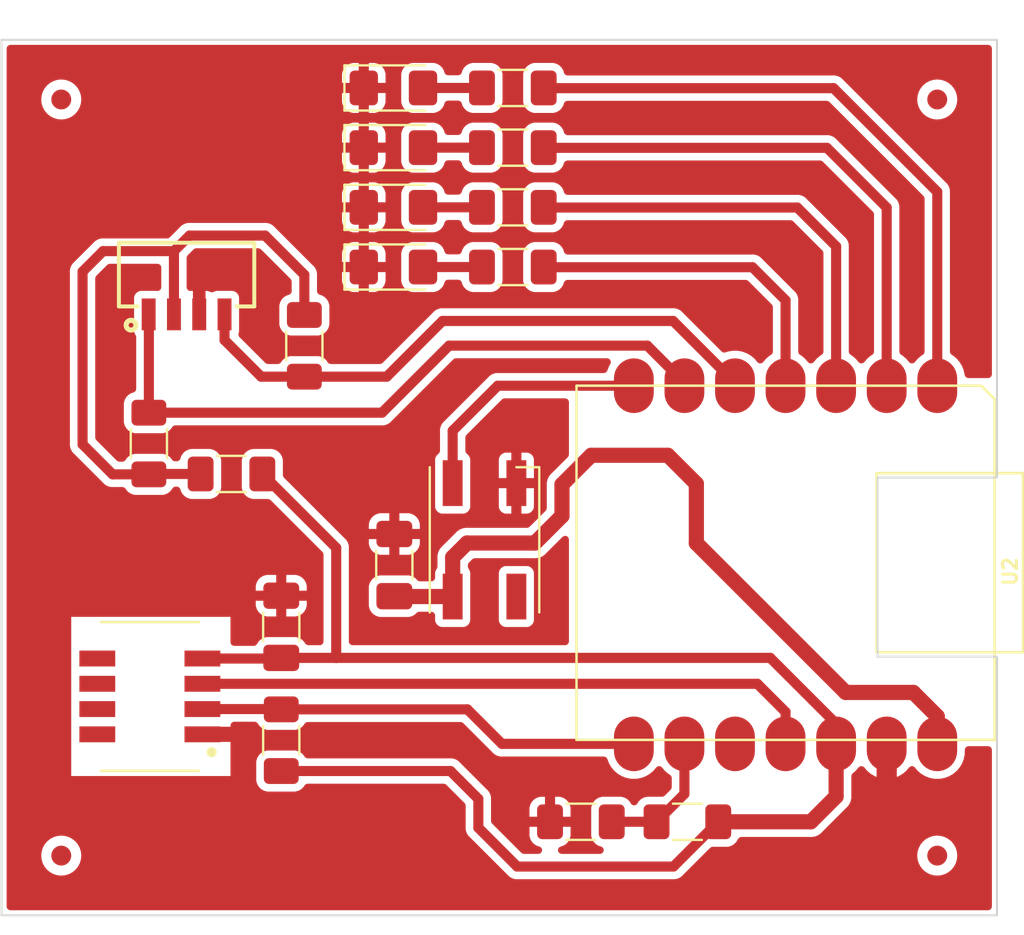
<source format=kicad_pcb>
(kicad_pcb (version 20221018) (generator pcbnew)
  (layers (0 "F.Cu" signal) (31 "B.Cu" signal) (34 "B.Paste" user) (35 "F.Paste" user) (36 "B.SilkS" user "B.Silkscreen") (37 "F.SilkS" user "F.Silkscreen") (38 "B.Mask" user) (39 "F.Mask" user) (44 "Edge.Cuts" user))
  (net 0 "")
  (net 1 "GND")
  (net 2 "VBUS")
  (net 3 "/DIN")
  (net 5 "Net-(D2-A)")
  (net 6 "Net-(D3-A)")
  (net 7 "Net-(D4-A)")
  (net 8 "Net-(D5-A)")
  (net 9 "/LED1")
  (net 10 "/LED2")
  (net 11 "/LED3")
  (net 12 "/A0")
  (net 13 "+3V3")
  (net 14 "/LED4")
  (net 15 "/SHT_DATA")
  (net 16 "/SHT_CLK")
  (net 17 "/SCL")
  (net 18 "/SDA")
  (net 20 "/PWR")
  (footprint "Fiducial:Fiducial_1mm_Mask2mm" (layer "F.Cu") (at 128 67)
    (fp_text reference "FID1" hide)
    (fp_text value "Fiducial")
    (pad "" smd circle (at 0 0) (size 1 1) (layers "F.Cu" "F.Mask") (clearance 0.5))
  )
  (footprint "Resistor_SMD:R_1206_3216Metric_Pad1.30x1.75mm_HandSolder" (layer "F.Cu") (at 139.05 99.2 90)
    (fp_text reference "R7" hide)
    (fp_text value "10k")
    (fp_line (start -0.727064 -0.91) (end 0.727064 -0.91) (stroke (width 0.12)) (layer "F.SilkS"))
    (fp_line (start -0.727064 0.91) (end 0.727064 0.91) (stroke (width 0.12)) (layer "F.SilkS"))
    (pad "1" smd roundrect (at -1.55 0 90) (size 1.3 1.75) (layers "F.Cu" "F.Paste" "F.Mask") (roundrect_rratio 0.1923076923) (net 13 "+3V3"))
    (pad "2" smd roundrect (at 1.55 0 90) (size 1.3 1.75) (layers "F.Cu" "F.Paste" "F.Mask") (roundrect_rratio 0.1923076923) (net 15 "/SHT_DATA"))
  )
  (footprint "Resistor_SMD:R_1206_3216Metric_Pad1.30x1.75mm_HandSolder" (layer "F.Cu") (at 132.4 84.29 90)
    (fp_text reference "R8" hide)
    (fp_text value "10k")
    (fp_line (start -0.727064 -0.91) (end 0.727064 -0.91) (stroke (width 0.12)) (layer "F.SilkS"))
    (fp_line (start -0.727064 0.91) (end 0.727064 0.91) (stroke (width 0.12)) (layer "F.SilkS"))
    (pad "1" smd roundrect (at -1.55 0 90) (size 1.3 1.75) (layers "F.Cu" "F.Paste" "F.Mask") (roundrect_rratio 0.192308) (net 20 "/PWR"))
    (pad "2" smd roundrect (at 1.55 0 90) (size 1.3 1.75) (layers "F.Cu" "F.Paste" "F.Mask") (roundrect_rratio 0.192308) (net 17 "/SCL"))
  )
  (footprint "Resistor_SMD:R_1206_3216Metric_Pad1.30x1.75mm_HandSolder" (layer "F.Cu") (at 154.1 103.3)
    (fp_text reference "R5" hide)
    (fp_text value "10k")
    (fp_line (start -0.727064 -0.91) (end 0.727064 -0.91) (stroke (width 0.12)) (layer "F.SilkS"))
    (fp_line (start -0.727064 0.91) (end 0.727064 0.91) (stroke (width 0.12)) (layer "F.SilkS"))
    (pad "1" smd roundrect (at -1.55 0) (size 1.3 1.75) (layers "F.Cu" "F.Paste" "F.Mask") (roundrect_rratio 0.1923076923) (net 1 "GND"))
    (pad "2" smd roundrect (at 1.55 0) (size 1.3 1.75) (layers "F.Cu" "F.Paste" "F.Mask") (roundrect_rratio 0.1923076923) (net 12 "/A0"))
  )
  (footprint "Fiducial:Fiducial_1mm_Mask2mm" (layer "F.Cu") (at 172 67)
    (fp_text reference "FID2" hide)
    (fp_text value "Fiducial")
    (pad "" smd circle (at 0 0) (size 1 1) (layers "F.Cu" "F.Mask") (clearance 0.5))
  )
  (footprint "LED_SMD:LED_1206_3216Metric_Pad1.42x1.75mm_HandSolder" (layer "F.Cu") (at 144.6825 69.42)
    (fp_text reference "D3" hide)
    (fp_text value "R")
    (fp_line (start -2.46 -1.135) (end -2.46 1.135) (stroke (width 0.12)) (layer "F.SilkS"))
    (fp_line (start -2.46 1.135) (end 1.6 1.135) (stroke (width 0.12)) (layer "F.SilkS"))
    (fp_line (start 1.6 -1.135) (end -2.46 -1.135) (stroke (width 0.12)) (layer "F.SilkS"))
    (pad "1" smd roundrect (at -1.4875 0) (size 1.425 1.75) (layers "F.Cu" "F.Paste" "F.Mask") (roundrect_rratio 0.1754392982) (net 1 "GND"))
    (pad "2" smd roundrect (at 1.4875 0) (size 1.425 1.75) (layers "F.Cu" "F.Paste" "F.Mask") (roundrect_rratio 0.1754392982) (net 6 "Net-(D3-A)"))
  )
  (footprint "Resistor_SMD:R_1206_3216Metric_Pad1.30x1.75mm_HandSolder" (layer "F.Cu") (at 150.6825 66.42)
    (fp_text reference "R1" hide)
    (fp_text value "200")
    (fp_line (start -0.727064 -0.91) (end 0.727064 -0.91) (stroke (width 0.12)) (layer "F.SilkS"))
    (fp_line (start -0.727064 0.91) (end 0.727064 0.91) (stroke (width 0.12)) (layer "F.SilkS"))
    (pad "1" smd roundrect (at -1.55 0) (size 1.3 1.75) (layers "F.Cu" "F.Paste" "F.Mask") (roundrect_rratio 0.1923076923) (net 5 "Net-(D2-A)"))
    (pad "2" smd roundrect (at 1.55 0) (size 1.3 1.75) (layers "F.Cu" "F.Paste" "F.Mask") (roundrect_rratio 0.1923076923) (net 9 "/LED1"))
  )
  (footprint "Fiducial:Fiducial_1mm_Mask2mm" (layer "F.Cu") (at 172 105)
    (fp_text reference "FID4" hide)
    (fp_text value "Fiducial")
    (pad "" smd circle (at 0 0) (size 1 1) (layers "F.Cu" "F.Mask") (clearance 0.5))
  )
  (footprint "Resistor_SMD:R_1206_3216Metric_Pad1.30x1.75mm_HandSolder" (layer "F.Cu") (at 159.45 103.3)
    (fp_text reference "R4" hide)
    (fp_text value "10k")
    (fp_line (start -0.727064 -0.91) (end 0.727064 -0.91) (stroke (width 0.12)) (layer "F.SilkS"))
    (fp_line (start -0.727064 0.91) (end 0.727064 0.91) (stroke (width 0.12)) (layer "F.SilkS"))
    (pad "1" smd roundrect (at -1.55 0) (size 1.3 1.75) (layers "F.Cu" "F.Paste" "F.Mask") (roundrect_rratio 0.1923076923) (net 12 "/A0"))
    (pad "2" smd roundrect (at 1.55 0) (size 1.3 1.75) (layers "F.Cu" "F.Paste" "F.Mask") (roundrect_rratio 0.1923076923) (net 13 "+3V3"))
  )
  (footprint "Resistor_SMD:R_1206_3216Metric_Pad1.30x1.75mm_HandSolder" (layer "F.Cu") (at 150.6825 69.42)
    (fp_text reference "R2" hide)
    (fp_text value "200")
    (fp_line (start -0.727064 -0.91) (end 0.727064 -0.91) (stroke (width 0.12)) (layer "F.SilkS"))
    (fp_line (start -0.727064 0.91) (end 0.727064 0.91) (stroke (width 0.12)) (layer "F.SilkS"))
    (pad "1" smd roundrect (at -1.55 0) (size 1.3 1.75) (layers "F.Cu" "F.Paste" "F.Mask") (roundrect_rratio 0.1923076923) (net 6 "Net-(D3-A)"))
    (pad "2" smd roundrect (at 1.55 0) (size 1.3 1.75) (layers "F.Cu" "F.Paste" "F.Mask") (roundrect_rratio 0.1923076923) (net 10 "/LED2"))
  )
  (footprint "Capacitor_SMD:C_1206_3216Metric_Pad1.33x1.80mm_HandSolder" (layer "F.Cu") (at 144.73 90.4 90)
    (fp_text reference "C2" hide)
    (fp_text value "10uF")
    (fp_line (start -0.711252 -0.91) (end 0.711252 -0.91) (stroke (width 0.12)) (layer "F.SilkS"))
    (fp_line (start -0.711252 0.91) (end 0.711252 0.91) (stroke (width 0.12)) (layer "F.SilkS"))
    (pad "1" smd roundrect (at -1.5625 0 90) (size 1.325 1.8) (layers "F.Cu" "F.Paste" "F.Mask") (roundrect_rratio 0.1886792453) (net 2 "VBUS"))
    (pad "2" smd roundrect (at 1.5625 0 90) (size 1.325 1.8) (layers "F.Cu" "F.Paste" "F.Mask") (roundrect_rratio 0.1886792453) (net 1 "GND"))
  )
  (footprint "LED_SMD:LED_1206_3216Metric_Pad1.42x1.75mm_HandSolder" (layer "F.Cu") (at 144.6825 72.42)
    (fp_text reference "D4" hide)
    (fp_text value "R")
    (fp_line (start -2.46 -1.135) (end -2.46 1.135) (stroke (width 0.12)) (layer "F.SilkS"))
    (fp_line (start -2.46 1.135) (end 1.6 1.135) (stroke (width 0.12)) (layer "F.SilkS"))
    (fp_line (start 1.6 -1.135) (end -2.46 -1.135) (stroke (width 0.12)) (layer "F.SilkS"))
    (pad "1" smd roundrect (at -1.4875 0) (size 1.425 1.75) (layers "F.Cu" "F.Paste" "F.Mask") (roundrect_rratio 0.1754392982) (net 1 "GND"))
    (pad "2" smd roundrect (at 1.4875 0) (size 1.425 1.75) (layers "F.Cu" "F.Paste" "F.Mask") (roundrect_rratio 0.1754392982) (net 7 "Net-(D4-A)"))
  )
  (footprint "Resistor_SMD:R_1206_3216Metric_Pad1.30x1.75mm_HandSolder" (layer "F.Cu") (at 150.6825 75.42)
    (fp_text reference "R6" hide)
    (fp_text value "200")
    (fp_line (start -0.727064 -0.91) (end 0.727064 -0.91) (stroke (width 0.12)) (layer "F.SilkS"))
    (fp_line (start -0.727064 0.91) (end 0.727064 0.91) (stroke (width 0.12)) (layer "F.SilkS"))
    (pad "1" smd roundrect (at -1.55 0) (size 1.3 1.75) (layers "F.Cu" "F.Paste" "F.Mask") (roundrect_rratio 0.1923076923) (net 8 "Net-(D5-A)"))
    (pad "2" smd roundrect (at 1.55 0) (size 1.3 1.75) (layers "F.Cu" "F.Paste" "F.Mask") (roundrect_rratio 0.1923076923) (net 14 "/LED4"))
  )
  (footprint "LED_SMD:LED_1206_3216Metric_Pad1.42x1.75mm_HandSolder" (layer "F.Cu") (at 144.6825 75.42)
    (fp_text reference "D5" hide)
    (fp_text value "R")
    (fp_line (start -2.46 -1.135) (end -2.46 1.135) (stroke (width 0.12)) (layer "F.SilkS"))
    (fp_line (start -2.46 1.135) (end 1.6 1.135) (stroke (width 0.12)) (layer "F.SilkS"))
    (fp_line (start 1.6 -1.135) (end -2.46 -1.135) (stroke (width 0.12)) (layer "F.SilkS"))
    (pad "1" smd roundrect (at -1.4875 0) (size 1.425 1.75) (layers "F.Cu" "F.Paste" "F.Mask") (roundrect_rratio 0.1754392982) (net 1 "GND"))
    (pad "2" smd roundrect (at 1.4875 0) (size 1.425 1.75) (layers "F.Cu" "F.Paste" "F.Mask") (roundrect_rratio 0.1754392982) (net 8 "Net-(D5-A)"))
  )
  (footprint "LED_SMD:LED_SK6812_PLCC4_5.0x5.0mm_P3.2mm" (layer "F.Cu") (at 149.26 89.13 90)
    (fp_text reference "D1" hide)
    (fp_text value "SK6812")
    (fp_line (start -3.65 -2.75) (end 3.65 -2.75) (stroke (width 0.12)) (layer "F.SilkS"))
    (fp_line (start -3.65 2.75) (end 3.65 2.75) (stroke (width 0.12)) (layer "F.SilkS"))
    (fp_line (start 3.65 2.75) (end 3.65 1.6) (stroke (width 0.12)) (layer "F.SilkS"))
    (pad "1" smd rect (at 2.85 1.6 90) (size 2.3 1) (layers "F.Cu" "F.Paste" "F.Mask") (net 1 "GND"))
    (pad "2" smd rect (at 2.85 -1.6 90) (size 2.3 1) (layers "F.Cu" "F.Paste" "F.Mask") (net 3 "/DIN"))
    (pad "3" smd rect (at -2.85 -1.6 90) (size 2.3 1) (layers "F.Cu" "F.Paste" "F.Mask") (net 2 "VBUS"))
    (pad "4" smd rect (at -2.85 1.6 90) (size 2.3 1) (layers "F.Cu" "F.Paste" "F.Mask"))
  )
  (footprint "Mylib:DFN747X493X250-8N" (layer "F.Cu") (at 132.45 97 180)
    (fp_text reference "U1" hide)
    (fp_text value "SHT15")
    (fp_line (start -2.465 3.735) (end 2.465 3.735) (stroke (width 0.127)) (layer "F.SilkS"))
    (fp_line (start 2.465 -3.735) (end -2.465 -3.735) (stroke (width 0.127)) (layer "F.SilkS"))
    (fp_circle (center -3.1 -2.8) (end -2.846 -2.8) (fill solid) (layer "F.SilkS"))
    (pad "1" smd rect (at -2.64 -1.905 180) (size 1.8 0.8) (layers "F.Cu" "F.Paste" "F.Mask") (net 1 "GND"))
    (pad "2" smd rect (at -2.64 -0.635 180) (size 1.8 0.8) (layers "F.Cu" "F.Paste" "F.Mask") (net 15 "/SHT_DATA"))
    (pad "3" smd rect (at -2.64 0.635 180) (size 1.8 0.8) (layers "F.Cu" "F.Paste" "F.Mask") (net 16 "/SHT_CLK"))
    (pad "4" smd rect (at -2.64 1.905 180) (size 1.8 0.8) (layers "F.Cu" "F.Paste" "F.Mask") (net 13 "+3V3"))
    (pad "5" smd rect (at 2.64 1.905 180) (size 1.8 0.8) (layers "F.Cu" "F.Paste" "F.Mask"))
    (pad "6" smd rect (at 2.64 0.635 180) (size 1.8 0.8) (layers "F.Cu" "F.Paste" "F.Mask"))
    (pad "7" smd rect (at 2.64 -0.635 180) (size 1.8 0.8) (layers "F.Cu" "F.Paste" "F.Mask"))
    (pad "8" smd rect (at 2.64 -1.905 180) (size 1.8 0.8) (layers "F.Cu" "F.Paste" "F.Mask"))
  )
  (footprint "Resistor_SMD:R_1206_3216Metric_Pad1.30x1.75mm_HandSolder" (layer "F.Cu") (at 140.21 79.38 90)
    (fp_text reference "R9" hide)
    (fp_text value "10k")
    (fp_line (start -0.727064 -0.91) (end 0.727064 -0.91) (stroke (width 0.12)) (layer "F.SilkS"))
    (fp_line (start -0.727064 0.91) (end 0.727064 0.91) (stroke (width 0.12)) (layer "F.SilkS"))
    (pad "1" smd roundrect (at -1.55 0 90) (size 1.3 1.75) (layers "F.Cu" "F.Paste" "F.Mask") (roundrect_rratio 0.192308) (net 18 "/SDA"))
    (pad "2" smd roundrect (at 1.55 0 90) (size 1.3 1.75) (layers "F.Cu" "F.Paste" "F.Mask") (roundrect_rratio 0.192308) (net 20 "/PWR"))
  )
  (footprint "Mylib:MOUDLE14P-SMD-2.54-21X17.8MM" (layer "F.Cu") (at 153.88075 81.384 -90)
    (fp_text reference "U2" (at 9.3345 -21.7805 90) (layer "F.SilkS") (effects (font (size 0.7 0.7))))
    (fp_text value "MOUDLE-SEEEDUINO-XIAO")
    (fp_line (start 0 -20.3285) (end 0 0) (stroke (width 0.127)) (layer "F.SilkS"))
    (fp_line (start 0 0) (end 17.8 0) (stroke (width 0.127)) (layer "F.SilkS"))
    (fp_line (start 0.671541 -21) (end 0 -20.3285) (stroke (width 0.127)) (layer "F.SilkS"))
    (fp_line (start 4.396 -15.072) (end 4.396 -22.425) (stroke (width 0.127)) (layer "F.SilkS"))
    (fp_line (start 4.4 -22.424) (end 13.395 -22.424) (stroke (width 0.127)) (layer "F.SilkS"))
    (fp_line (start 13.395 -22.424) (end 13.395 -15.072) (stroke (width 0.127)) (layer "F.SilkS"))
    (fp_line (start 13.395 -15.072) (end 4.396 -15.072) (stroke (width 0.127)) (layer "F.SilkS"))
    (fp_line (start 17.8 -21) (end 0.671541 -21) (stroke (width 0.127)) (layer "F.SilkS"))
    (fp_line (start 17.8 0) (end 17.8 -21) (stroke (width 0.127)) (layer "F.SilkS"))
    (pad "1" smd roundrect (at 0 -18.12 270) (size 2.75 2) (layers "F.Cu" "F.Paste" "F.Mask") (roundrect_rratio 0.5) (net 9 "/LED1"))
    (pad "2" smd roundrect (at 0 -15.58 270) (size 2.75 2) (layers "F.Cu" "F.Paste" "F.Mask") (roundrect_rratio 0.5) (net 10 "/LED2"))
    (pad "3" smd roundrect (at 0 -13.04 270) (size 2.75 2) (layers "F.Cu" "F.Paste" "F.Mask") (roundrect_rratio 0.5) (net 11 "/LED3"))
    (pad "4" smd roundrect (at 0 -10.5 270) (size 2.75 2) (layers "F.Cu" "F.Paste" "F.Mask") (roundrect_rratio 0.5) (net 14 "/LED4"))
    (pad "5" smd roundrect (at 0 -7.96 270) (size 2.75 2) (layers "F.Cu" "F.Paste" "F.Mask") (roundrect_rratio 0.5) (net 18 "/SDA"))
    (pad "6" smd roundrect (at 0 -5.42 270) (size 2.75 2) (layers "F.Cu" "F.Paste" "F.Mask") (roundrect_rratio 0.5) (net 17 "/SCL"))
    (pad "7" smd roundrect (at 0 -2.88 270) (size 2.75 2) (layers "F.Cu" "F.Paste" "F.Mask") (roundrect_rratio 0.5) (net 3 "/DIN"))
    (pad "8" smd roundrect (at 18 -2.88 270) (size 2.75 2) (layers "F.Cu" "F.Paste" "F.Mask") (roundrect_rratio 0.5) (net 15 "/SHT_DATA"))
    (pad "9" smd roundrect (at 18 -5.42 270) (size 2.75 2) (layers "F.Cu" "F.Paste" "F.Mask") (roundrect_rratio 0.5) (net 12 "/A0"))
    (pad "10" smd roundrect (at 18 -7.96 270) (size 2.75 2) (layers "F.Cu" "F.Paste" "F.Mask") (roundrect_rratio 0.5))
    (pad "11" smd roundrect (at 18 -10.5 270) (size 2.75 2) (layers "F.Cu" "F.Paste" "F.Mask") (roundrect_rratio 0.5) (net 16 "/SHT_CLK"))
    (pad "12" smd roundrect (at 18 -13.04 270) (size 2.75 2) (layers "F.Cu" "F.Paste" "F.Mask") (roundrect_rratio 0.5) (net 13 "+3V3"))
    (pad "13" smd roundrect (at 18 -15.58 270) (size 2.75 2) (layers "F.Cu" "F.Paste" "F.Mask") (roundrect_rratio 0.5) (net 1 "GND"))
    (pad "14" smd roundrect (at 18 -18.12 270) (size 2.75 2) (layers "F.Cu" "F.Paste" "F.Mask") (roundrect_rratio 0.5) (net 2 "VBUS"))
    (zone (net 0) (net_name "") (layer "F.Cu") (connect_pads (clearance 0)) (min_thickness 0.01)
      (keepout (tracks not_allowed) (vias not_allowed) (pads not_allowed) (copperpour not_allowed) (footprints allowed))
      (fill (thermal_gap 0.508) (thermal_bridge_width 0.508))
      (polygon (pts (xy 157.05575 87.734) (xy 157.05575 93.449) (xy 154.51575 93.449) (xy 154.51575 87.734)))
    )
    (zone (net 0) (net_name "") (layer "F.Cu") (connect_pads (clearance 0)) (min_thickness 0.01)
      (keepout (tracks not_allowed) (vias not_allowed) (pads not_allowed) (copperpour not_allowed) (footprints allowed))
      (fill (thermal_gap 0.508) (thermal_bridge_width 0.508))
      (polygon (pts (xy 170.89875 85.067) (xy 170.89875 86.845) (xy 168.23175 86.845) (xy 168.23175 85.067)))
    )
    (zone (net 0) (net_name "") (layer "F.Cu") (connect_pads (clearance 0)) (min_thickness 0.01)
      (keepout (tracks not_allowed) (vias not_allowed) (pads not_allowed) (copperpour not_allowed) (footprints allowed))
      (fill (thermal_gap 0.508) (thermal_bridge_width 0.508))
      (polygon (pts (xy 170.89875 93.703) (xy 170.89875 95.481) (xy 168.23175 95.481) (xy 168.23175 93.703)))
    )
    (zone (net 0) (net_name "") (layer "F.Cu") (connect_pads (clearance 0)) (min_thickness 0.01)
      (keepout (tracks not_allowed) (vias not_allowed) (pads not_allowed) (copperpour not_allowed) (footprints allowed))
      (fill (thermal_gap 0.508) (thermal_bridge_width 0.508))
      (polygon (pts (xy 174.20075 87.734) (xy 174.20075 92.814) (xy 169.75575 92.814) (xy 169.75575 87.734)))
    )
    (zone (net 0) (net_name "") (layer "F.Cu") (connect_pads (clearance 0)) (min_thickness 0.01)
      (keepout (tracks not_allowed) (vias not_allowed) (pads not_allowed) (copperpour not_allowed) (footprints allowed))
      (fill (thermal_gap 0.508) (thermal_bridge_width 0.508))
      (polygon (pts (xy 174.96275 85.067) (xy 174.96275 86.845) (xy 172.29575 86.845) (xy 172.29575 85.067)))
    )
    (zone (net 0) (net_name "") (layer "F.Cu") (connect_pads (clearance 0)) (min_thickness 0.01)
      (keepout (tracks not_allowed) (vias not_allowed) (pads not_allowed) (copperpour not_allowed) (footprints allowed))
      (fill (thermal_gap 0.508) (thermal_bridge_width 0.508))
      (polygon (pts (xy 174.96275 93.703) (xy 174.96275 95.481) (xy 172.29575 95.481) (xy 172.29575 93.703)))
    )
  )
  (footprint "LED_SMD:LED_1206_3216Metric_Pad1.42x1.75mm_HandSolder" (layer "F.Cu") (at 144.6825 66.42)
    (fp_text reference "D2" hide)
    (fp_text value "R")
    (fp_line (start -2.46 -1.135) (end -2.46 1.135) (stroke (width 0.12)) (layer "F.SilkS"))
    (fp_line (start -2.46 1.135) (end 1.6 1.135) (stroke (width 0.12)) (layer "F.SilkS"))
    (fp_line (start 1.6 -1.135) (end -2.46 -1.135) (stroke (width 0.12)) (layer "F.SilkS"))
    (pad "1" smd roundrect (at -1.4875 0) (size 1.425 1.75) (layers "F.Cu" "F.Paste" "F.Mask") (roundrect_rratio 0.1754392982) (net 1 "GND"))
    (pad "2" smd roundrect (at 1.4875 0) (size 1.425 1.75) (layers "F.Cu" "F.Paste" "F.Mask") (roundrect_rratio 0.1754392982) (net 5 "Net-(D2-A)"))
  )
  (footprint "Resistor_SMD:R_1206_3216Metric_Pad1.30x1.75mm_HandSolder" (layer "F.Cu") (at 136.55 85.82)
    (fp_text reference "R10" hide)
    (fp_text value "0")
    (fp_line (start -0.727064 -0.91) (end 0.727064 -0.91) (stroke (width 0.12)) (layer "F.SilkS"))
    (fp_line (start -0.727064 0.91) (end 0.727064 0.91) (stroke (width 0.12)) (layer "F.SilkS"))
    (pad "1" smd roundrect (at -1.55 0) (size 1.3 1.75) (layers "F.Cu" "F.Paste" "F.Mask") (roundrect_rratio 0.192308) (net 20 "/PWR"))
    (pad "2" smd roundrect (at 1.55 0) (size 1.3 1.75) (layers "F.Cu" "F.Paste" "F.Mask") (roundrect_rratio 0.192308) (net 13 "+3V3"))
  )
  (footprint "Fiducial:Fiducial_1mm_Mask2mm" (layer "F.Cu") (at 128 105)
    (fp_text reference "FID3" hide)
    (fp_text value "Fiducial")
    (pad "" smd circle (at 0 0) (size 1 1) (layers "F.Cu" "F.Mask") (clearance 0.5))
  )
  (footprint "Capacitor_SMD:C_1206_3216Metric_Pad1.33x1.80mm_HandSolder" (layer "F.Cu") (at 139.05 93.5 90)
    (fp_text reference "C1" hide)
    (fp_text value "0.1uF")
    (fp_line (start -0.711252 -0.91) (end 0.711252 -0.91) (stroke (width 0.12)) (layer "F.SilkS"))
    (fp_line (start -0.711252 0.91) (end 0.711252 0.91) (stroke (width 0.12)) (layer "F.SilkS"))
    (pad "1" smd roundrect (at -1.5625 0 90) (size 1.325 1.8) (layers "F.Cu" "F.Paste" "F.Mask") (roundrect_rratio 0.1886792453) (net 13 "+3V3"))
    (pad "2" smd roundrect (at 1.5625 0 90) (size 1.325 1.8) (layers "F.Cu" "F.Paste" "F.Mask") (roundrect_rratio 0.1886792453) (net 1 "GND"))
  )
  (footprint "SamacSys_Parts:VEML7700" (layer "F.Cu") (at 130.895 77.4)
    (fp_text reference "IC1" hide)
    (fp_text value "VEML7700-TR" hide)
    (fp_line (start 0 -3.2) (end 0 0) (stroke (width 0.2)) (layer "F.SilkS"))
    (fp_line (start 0 -3.2) (end 6.8 -3.2) (stroke (width 0.2)) (layer "F.SilkS"))
    (fp_line (start 0 0) (end 0.944 0) (stroke (width 0.2)) (layer "F.SilkS"))
    (fp_line (start 6.8 -3.2) (end 6.8 0) (stroke (width 0.2)) (layer "F.SilkS"))
    (fp_line (start 6.8 0) (end 5.92 0) (stroke (width 0.2)) (layer "F.SilkS"))
    (fp_circle (center 0.61 0.942) (end 0.49032 0.942) (stroke (width 0.254)) (fill none) (layer "F.SilkS"))
    (pad "1" smd rect (at 1.495 0.4) (size 0.7 1.6) (layers "F.Cu" "F.Paste" "F.Mask") (net 17 "/SCL"))
    (pad "2" smd rect (at 2.765 0.4) (size 0.7 1.6) (layers "F.Cu" "F.Paste" "F.Mask") (net 20 "/PWR"))
    (pad "3" smd rect (at 4.035 0.4) (size 0.7 1.6) (layers "F.Cu" "F.Paste" "F.Mask") (net 1 "GND"))
    (pad "4" smd rect (at 5.305 0.4) (size 0.7 1.6) (layers "F.Cu" "F.Paste" "F.Mask") (net 18 "/SDA"))
  )
  (footprint "Resistor_SMD:R_1206_3216Metric_Pad1.30x1.75mm_HandSolder" (layer "F.Cu") (at 150.6825 72.42)
    (fp_text reference "R3" hide)
    (fp_text value "200")
    (fp_line (start -0.727064 -0.91) (end 0.727064 -0.91) (stroke (width 0.12)) (layer "F.SilkS"))
    (fp_line (start -0.727064 0.91) (end 0.727064 0.91) (stroke (width 0.12)) (layer "F.SilkS"))
    (pad "1" smd roundrect (at -1.55 0) (size 1.3 1.75) (layers "F.Cu" "F.Paste" "F.Mask") (roundrect_rratio 0.1923076923) (net 7 "Net-(D4-A)"))
    (pad "2" smd roundrect (at 1.55 0) (size 1.3 1.75) (layers "F.Cu" "F.Paste" "F.Mask") (roundrect_rratio 0.1923076923) (net 11 "/LED3"))
  )
  (gr_poly (pts (xy 125 64) (xy 125 108) (xy 175 108) (xy 175 95) (xy 169 95) (xy 169 86) (xy 175 86) (xy 175 64)) (stroke (width 0.1)) (fill none) (layer "Edge.Cuts"))
  (segment (start 169.46075 99.384) (end 169.46075 102.33925) (width 1.016) (layer "F.Cu") (net 1))
  (segment (start 134.93 75.62) (end 135.58 74.97) (width 0.635) (layer "F.Cu") (net 1))
  (segment (start 135.09 98.905) (end 136.905 98.905) (width 0.762) (layer "F.Cu") (net 1))
  (segment (start 134.93 77.8) (end 134.93 76.41) (width 0.635) (layer "F.Cu") (net 1))
  (segment (start 134.93 76.41) (end 134.93 75.62) (width 0.635) (layer "F.Cu") (net 1))
  (segment (start 144.7475 91.98) (end 144.73 91.9625) (width 0.762) (layer "F.Cu") (net 2))
  (segment (start 167.4 96.8) (end 159.9 89.3) (width 0.762) (layer "F.Cu") (net 2))
  (segment (start 147.66 91.98) (end 144.7475 91.98) (width 0.762) (layer "F.Cu") (net 2))
  (segment (start 172.00075 98.00075) (end 170.8 96.8) (width 0.762) (layer "F.Cu") (net 2))
  (segment (start 159.9 89.3) (end 159.9 86.31) (width 0.762) (layer "F.Cu") (net 2))
  (segment (start 172.00075 99.384) (end 172.00075 98.00075) (width 0.762) (layer "F.Cu") (net 2))
  (segment (start 159.9 86.31) (end 158.47 84.88) (width 0.762) (layer "F.Cu") (net 2))
  (segment (start 154.62 84.88) (end 153.15 86.35) (width 0.762) (layer "F.Cu") (net 2))
  (segment (start 147.66 90.01) (end 147.66 91.98) (width 0.762) (layer "F.Cu") (net 2))
  (segment (start 151.79 89.29) (end 148.38 89.29) (width 0.762) (layer "F.Cu") (net 2))
  (segment (start 148.38 89.29) (end 147.66 90.01) (width 0.762) (layer "F.Cu") (net 2))
  (segment (start 158.47 84.88) (end 154.62 84.88) (width 0.762) (layer "F.Cu") (net 2))
  (segment (start 170.8 96.8) (end 167.4 96.8) (width 0.762) (layer "F.Cu") (net 2))
  (segment (start 153.15 87.93) (end 151.79 89.29) (width 0.762) (layer "F.Cu") (net 2))
  (segment (start 153.15 86.35) (end 153.15 87.93) (width 0.762) (layer "F.Cu") (net 2))
  (segment (start 147.66 83.65) (end 149.926 81.384) (width 0.508) (layer "F.Cu") (net 3))
  (segment (start 149.926 81.384) (end 156.76075 81.384) (width 0.508) (layer "F.Cu") (net 3))
  (segment (start 147.66 86.28) (end 147.66 83.65) (width 0.508) (layer "F.Cu") (net 3))
  (segment (start 146.17 66.42) (end 149.1325 66.42) (width 0.508) (layer "F.Cu") (net 5))
  (segment (start 146.17 69.42) (end 149.1325 69.42) (width 0.508) (layer "F.Cu") (net 6))
  (segment (start 146.17 72.42) (end 149.1325 72.42) (width 0.508) (layer "F.Cu") (net 7))
  (segment (start 146.17 75.42) (end 149.1325 75.42) (width 0.508) (layer "F.Cu") (net 8))
  (segment (start 166.79 66.43) (end 152.2425 66.43) (width 0.508) (layer "F.Cu") (net 9))
  (segment (start 172.00075 71.64075) (end 166.79 66.43) (width 0.508) (layer "F.Cu") (net 9))
  (segment (start 152.2425 66.43) (end 152.2325 66.42) (width 0.508) (layer "F.Cu") (net 9))
  (segment (start 172.00075 81.384) (end 172.00075 71.64075) (width 0.508) (layer "F.Cu") (net 9))
  (segment (start 152.2425 69.43) (end 152.2325 69.42) (width 0.508) (layer "F.Cu") (net 10))
  (segment (start 166.46 69.43) (end 152.2425 69.43) (width 0.508) (layer "F.Cu") (net 10))
  (segment (start 169.46075 72.43075) (end 166.46 69.43) (width 0.508) (layer "F.Cu") (net 10))
  (segment (start 169.46075 81.384) (end 169.46075 72.43075) (width 0.508) (layer "F.Cu") (net 10))
  (segment (start 164.97 72.43) (end 152.2425 72.43) (width 0.508) (layer "F.Cu") (net 11))
  (segment (start 152.2425 72.43) (end 152.2325 72.42) (width 0.508) (layer "F.Cu") (net 11))
  (segment (start 166.92075 81.384) (end 166.92075 74.38075) (width 0.508) (layer "F.Cu") (net 11))
  (segment (start 166.92075 74.38075) (end 164.97 72.43) (width 0.508) (layer "F.Cu") (net 11))
  (segment (start 155.65 103.3) (end 157.9 103.3) (width 0.508) (layer "F.Cu") (net 12))
  (segment (start 157.9 103.3) (end 159.30075 101.89925) (width 0.508) (layer "F.Cu") (net 12))
  (segment (start 159.30075 101.89925) (end 159.30075 99.384) (width 0.508) (layer "F.Cu") (net 12))
  (segment (start 166.92075 98.37075) (end 166.92075 99.384) (width 0.508) (layer "F.Cu") (net 13))
  (segment (start 165.65 103.3) (end 166.92075 102.02925) (width 0.762) (layer "F.Cu") (net 13))
  (segment (start 141.81 95.0625) (end 141.81 89.53) (width 0.508) (layer "F.Cu") (net 13))
  (segment (start 139.05 95.0625) (end 141.81 95.0625) (width 0.508) (layer "F.Cu") (net 13))
  (segment (start 139.05 100.75) (end 147.55 100.75) (width 0.508) (layer "F.Cu") (net 13))
  (segment (start 163.6125 95.0625) (end 166.92075 98.37075) (width 0.508) (layer "F.Cu") (net 13))
  (segment (start 161 103.3) (end 158.75 105.55) (width 0.508) (layer "F.Cu") (net 13))
  (segment (start 147.55 100.75) (end 148.95 102.15) (width 0.508) (layer "F.Cu") (net 13))
  (segment (start 148.95 102.15) (end 148.95 103.6) (width 0.508) (layer "F.Cu") (net 13))
  (segment (start 150.9 105.55) (end 148.95 103.6) (width 0.508) (layer "F.Cu") (net 13))
  (segment (start 161.0375 103.3375) (end 161 103.3) (width 0.762) (layer "F.Cu") (net 13))
  (segment (start 141.81 95.0625) (end 163.6125 95.0625) (width 0.508) (layer "F.Cu") (net 13))
  (segment (start 135.09 95.095) (end 139.0175 95.095) (width 0.508) (layer "F.Cu") (net 13))
  (segment (start 161 103.3) (end 165.65 103.3) (width 0.762) (layer "F.Cu") (net 13))
  (segment (start 158.75 105.55) (end 150.9 105.55) (width 0.508) (layer "F.Cu") (net 13))
  (segment (start 139.0175 95.095) (end 139.05 95.0625) (width 0.508) (layer "F.Cu") (net 13))
  (segment (start 166.92075 102.02925) (end 166.92075 99.384) (width 0.762) (layer "F.Cu") (net 13))
  (segment (start 141.81 89.53) (end 138.1 85.82) (width 0.508) (layer "F.Cu") (net 13))
  (segment (start 162.72 75.43) (end 152.2425 75.43) (width 0.508) (layer "F.Cu") (net 14))
  (segment (start 164.38075 81.384) (end 164.38075 77.09075) (width 0.508) (layer "F.Cu") (net 14))
  (segment (start 152.2425 75.43) (end 152.2325 75.42) (width 0.508) (layer "F.Cu") (net 14))
  (segment (start 164.38075 77.09075) (end 162.72 75.43) (width 0.508) (layer "F.Cu") (net 14))
  (segment (start 135.09 97.635) (end 139.035 97.635) (width 0.508) (layer "F.Cu") (net 15))
  (segment (start 139.035 97.635) (end 139.05 97.65) (width 0.508) (layer "F.Cu") (net 15))
  (segment (start 148.4 97.65) (end 150.134 99.384) (width 0.508) (layer "F.Cu") (net 15))
  (segment (start 150.134 99.384) (end 156.76075 99.384) (width 0.508) (layer "F.Cu") (net 15))
  (segment (start 139.05 97.65) (end 148.4 97.65) (width 0.508) (layer "F.Cu") (net 15))
  (segment (start 164.38075 97.78075) (end 164.38075 99.384) (width 0.508) (layer "F.Cu") (net 16))
  (segment (start 162.965 96.365) (end 164.38075 97.78075) (width 0.508) (layer "F.Cu") (net 16))
  (segment (start 135.09 96.365) (end 162.965 96.365) (width 0.508) (layer "F.Cu") (net 16))
  (segment (start 132.4 82.74) (end 144.11 82.74) (width 0.508) (layer "F.Cu") (net 17))
  (segment (start 132.4 82.74) (end 132.4 77.81) (width 0.508) (layer "F.Cu") (net 17))
  (segment (start 132.4 77.81) (end 132.39 77.8) (width 0.508) (layer "F.Cu") (net 17))
  (segment (start 159.30075 81.236761) (end 159.30075 81.384) (width 0.508) (layer "F.Cu") (net 17))
  (segment (start 144.11 82.74) (end 147.48 79.37) (width 0.508) (layer "F.Cu") (net 17))
  (segment (start 147.48 79.37) (end 157.433989 79.37) (width 0.508) (layer "F.Cu") (net 17))
  (segment (start 157.433989 79.37) (end 159.30075 81.236761) (width 0.508) (layer "F.Cu") (net 17))
  (segment (start 158.733989 78.13) (end 161.84075 81.236761) (width 0.508) (layer "F.Cu") (net 18))
  (segment (start 138.04 80.93) (end 140.21 80.93) (width 0.508) (layer "F.Cu") (net 18))
  (segment (start 144.35 80.93) (end 147.15 78.13) (width 0.508) (layer "F.Cu") (net 18))
  (segment (start 140.21 80.93) (end 144.35 80.93) (width 0.508) (layer "F.Cu") (net 18))
  (segment (start 136.2 79.09) (end 138.04 80.93) (width 0.508) (layer "F.Cu") (net 18))
  (segment (start 147.15 78.13) (end 158.733989 78.13) (width 0.508) (layer "F.Cu") (net 18))
  (segment (start 161.84075 81.236761) (end 161.84075 81.384) (width 0.508) (layer "F.Cu") (net 18))
  (segment (start 136.2 77.8) (end 136.2 79.09) (width 0.508) (layer "F.Cu") (net 18))
  (segment (start 130.58 85.84) (end 132.4 85.84) (width 0.508) (layer "F.Cu") (net 20))
  (segment (start 140.21 77.83) (end 140.21 75.81) (width 0.508) (layer "F.Cu") (net 20))
  (segment (start 132.42 85.82) (end 132.4 85.84) (width 0.508) (layer "F.Cu") (net 20))
  (segment (start 130.1 74.62) (end 129.07 75.65) (width 0.508) (layer "F.Cu") (net 20))
  (segment (start 135 85.82) (end 132.42 85.82) (width 0.508) (layer "F.Cu") (net 20))
  (segment (start 133.66 74.62) (end 133.66 74.99) (width 0.508) (layer "F.Cu") (net 20))
  (segment (start 138.24 73.84) (end 134.44 73.84) (width 0.508) (layer "F.Cu") (net 20))
  (segment (start 133.66 74.99) (end 133.66 77.8) (width 0.508) (layer "F.Cu") (net 20))
  (segment (start 129.07 75.65) (end 129.07 84.33) (width 0.508) (layer "F.Cu") (net 20))
  (segment (start 134.44 73.84) (end 133.66 74.62) (width 0.508) (layer "F.Cu") (net 20))
  (segment (start 140.21 75.81) (end 138.24 73.84) (width 0.508) (layer "F.Cu") (net 20))
  (segment (start 129.07 84.33) (end 130.58 85.84) (width 0.508) (layer "F.Cu") (net 20))
  (segment (start 133.66 74.62) (end 130.1 74.62) (width 0.508) (layer "F.Cu") (net 20))
  (zone (net 1) (net_name "GND") (layer "F.Cu") (connect_pads (clearance 0.1524)) (min_thickness 0.381) (fill yes (thermal_gap 0.381) (thermal_bridge_width 0.508))
    (polygon (pts (xy 125 62) (xy 175 62) (xy 175 109) (xy 125 109)))
  )
  (zone (net 0) (net_name "") (layer "F.Cu") (connect_pads (clearance 0)) (min_thickness 0.25)
    (keepout (tracks allowed) (vias allowed) (pads allowed) (copperpour not_allowed) (footprints allowed))
    (fill (thermal_gap 0.5) (thermal_bridge_width 0.5))
    (polygon (pts (xy 153.5 81) (xy 175 81) (xy 175 99.5) (xy 153.5 99.5)))
  )
  (zone (net 0) (net_name "") (layer "F.Cu") (connect_pads (clearance 0)) (min_thickness 0.381)
    (keepout (tracks allowed) (vias allowed) (pads allowed) (copperpour not_allowed) (footprints allowed))
    (fill (thermal_gap 0.381) (thermal_bridge_width 0.508))
    (polygon (pts (xy 128.5 93) (xy 136.5 93) (xy 136.5 101) (xy 128.5 101)))
  )
)
</source>
